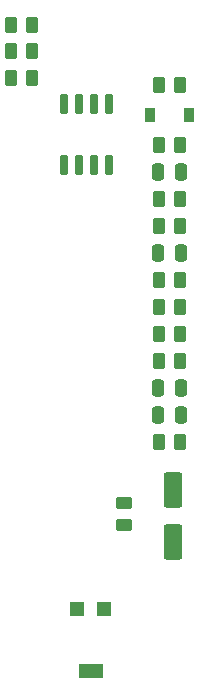
<source format=gbr>
%TF.GenerationSoftware,KiCad,Pcbnew,(6.0.0-0)*%
%TF.CreationDate,2022-12-13T23:32:19-05:00*%
%TF.ProjectId,synth-808,73796e74-682d-4383-9038-2e6b69636164,rev?*%
%TF.SameCoordinates,Original*%
%TF.FileFunction,Paste,Bot*%
%TF.FilePolarity,Positive*%
%FSLAX46Y46*%
G04 Gerber Fmt 4.6, Leading zero omitted, Abs format (unit mm)*
G04 Created by KiCad (PCBNEW (6.0.0-0)) date 2022-12-13 23:32:19*
%MOMM*%
%LPD*%
G01*
G04 APERTURE LIST*
G04 Aperture macros list*
%AMRoundRect*
0 Rectangle with rounded corners*
0 $1 Rounding radius*
0 $2 $3 $4 $5 $6 $7 $8 $9 X,Y pos of 4 corners*
0 Add a 4 corners polygon primitive as box body*
4,1,4,$2,$3,$4,$5,$6,$7,$8,$9,$2,$3,0*
0 Add four circle primitives for the rounded corners*
1,1,$1+$1,$2,$3*
1,1,$1+$1,$4,$5*
1,1,$1+$1,$6,$7*
1,1,$1+$1,$8,$9*
0 Add four rect primitives between the rounded corners*
20,1,$1+$1,$2,$3,$4,$5,0*
20,1,$1+$1,$4,$5,$6,$7,0*
20,1,$1+$1,$6,$7,$8,$9,0*
20,1,$1+$1,$8,$9,$2,$3,0*%
G04 Aperture macros list end*
%ADD10R,1.300000X1.300000*%
%ADD11R,2.000000X1.300000*%
%ADD12RoundRect,0.250000X0.450000X-0.262500X0.450000X0.262500X-0.450000X0.262500X-0.450000X-0.262500X0*%
%ADD13RoundRect,0.250000X-0.550000X1.250000X-0.550000X-1.250000X0.550000X-1.250000X0.550000X1.250000X0*%
%ADD14RoundRect,0.250000X0.250000X0.475000X-0.250000X0.475000X-0.250000X-0.475000X0.250000X-0.475000X0*%
%ADD15RoundRect,0.250000X-0.262500X-0.450000X0.262500X-0.450000X0.262500X0.450000X-0.262500X0.450000X0*%
%ADD16RoundRect,0.250000X0.262500X0.450000X-0.262500X0.450000X-0.262500X-0.450000X0.262500X-0.450000X0*%
%ADD17RoundRect,0.150000X0.150000X-0.725000X0.150000X0.725000X-0.150000X0.725000X-0.150000X-0.725000X0*%
%ADD18RoundRect,0.250000X-0.250000X-0.475000X0.250000X-0.475000X0.250000X0.475000X-0.250000X0.475000X0*%
%ADD19R,0.900000X1.200000*%
G04 APERTURE END LIST*
D10*
%TO.C,RV3*%
X58554000Y-138624000D03*
D11*
X57404000Y-143824000D03*
D10*
X56254000Y-138624000D03*
%TD*%
D12*
%TO.C,R9*%
X60198000Y-131468500D03*
X60198000Y-129643500D03*
%TD*%
D13*
%TO.C,C4*%
X64416000Y-128484000D03*
X64416000Y-132884000D03*
%TD*%
D14*
%TO.C,C3*%
X65042000Y-119842000D03*
X63142000Y-119842000D03*
%TD*%
D15*
%TO.C,R8*%
X63179500Y-117556000D03*
X65004500Y-117556000D03*
%TD*%
D14*
%TO.C,C1*%
X65042000Y-101616000D03*
X63142000Y-101616000D03*
%TD*%
D16*
%TO.C,R1*%
X65004500Y-103902000D03*
X63179500Y-103902000D03*
%TD*%
%TO.C,R11*%
X65004500Y-106176000D03*
X63179500Y-106176000D03*
%TD*%
D15*
%TO.C,R5*%
X63179500Y-124414000D03*
X65004500Y-124414000D03*
%TD*%
D17*
%TO.C,U1*%
X58997000Y-100987000D03*
X57727000Y-100987000D03*
X56457000Y-100987000D03*
X55187000Y-100987000D03*
X55187000Y-95837000D03*
X56457000Y-95837000D03*
X57727000Y-95837000D03*
X58997000Y-95837000D03*
%TD*%
D16*
%TO.C,R3*%
X65004500Y-94250000D03*
X63179500Y-94250000D03*
%TD*%
D15*
%TO.C,R4*%
X50649500Y-93628000D03*
X52474500Y-93628000D03*
%TD*%
D18*
%TO.C,C2*%
X63142000Y-122128000D03*
X65042000Y-122128000D03*
%TD*%
D19*
%TO.C,D1*%
X62442000Y-96790000D03*
X65742000Y-96790000D03*
%TD*%
D16*
%TO.C,R7*%
X52474500Y-91342000D03*
X50649500Y-91342000D03*
%TD*%
D15*
%TO.C,R2*%
X63179500Y-99330000D03*
X65004500Y-99330000D03*
%TD*%
%TO.C,R10*%
X63179500Y-110698000D03*
X65004500Y-110698000D03*
%TD*%
D16*
%TO.C,R12*%
X65004500Y-112984000D03*
X63179500Y-112984000D03*
%TD*%
D18*
%TO.C,C5*%
X63142000Y-108412000D03*
X65042000Y-108412000D03*
%TD*%
D15*
%TO.C,R13*%
X50649500Y-89154000D03*
X52474500Y-89154000D03*
%TD*%
D16*
%TO.C,R6*%
X65004500Y-115270000D03*
X63179500Y-115270000D03*
%TD*%
M02*

</source>
